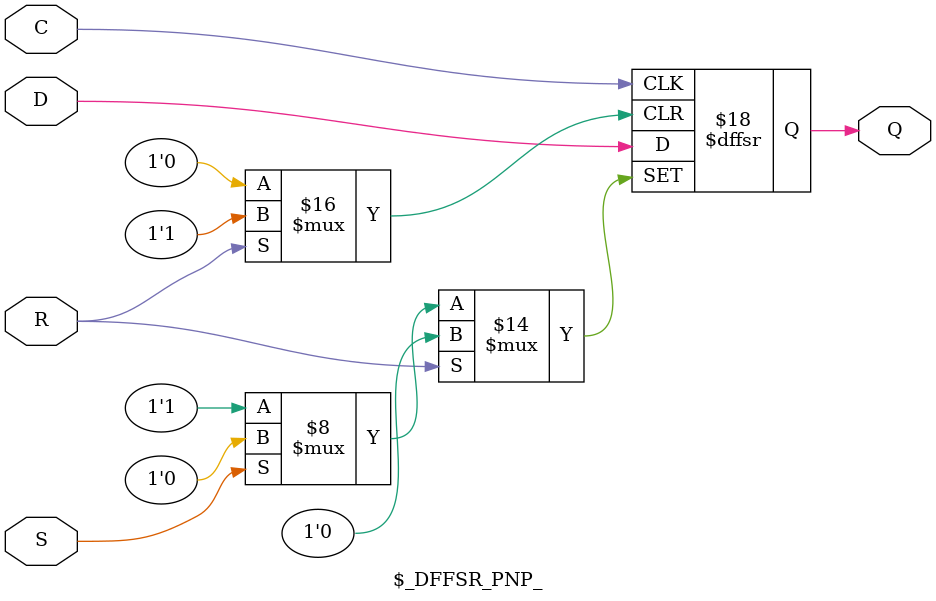
<source format=v>

module \$_DFFSR_PNP_ (C, S, R, D, Q);
input C, S, R, D;
output reg Q;
always @(posedge C, negedge S, posedge R) begin
	if (R == 1)
		Q <= 0;
	else if (S == 0)
		Q <= 1;
	else
		Q <= D;
end
endmodule

</source>
